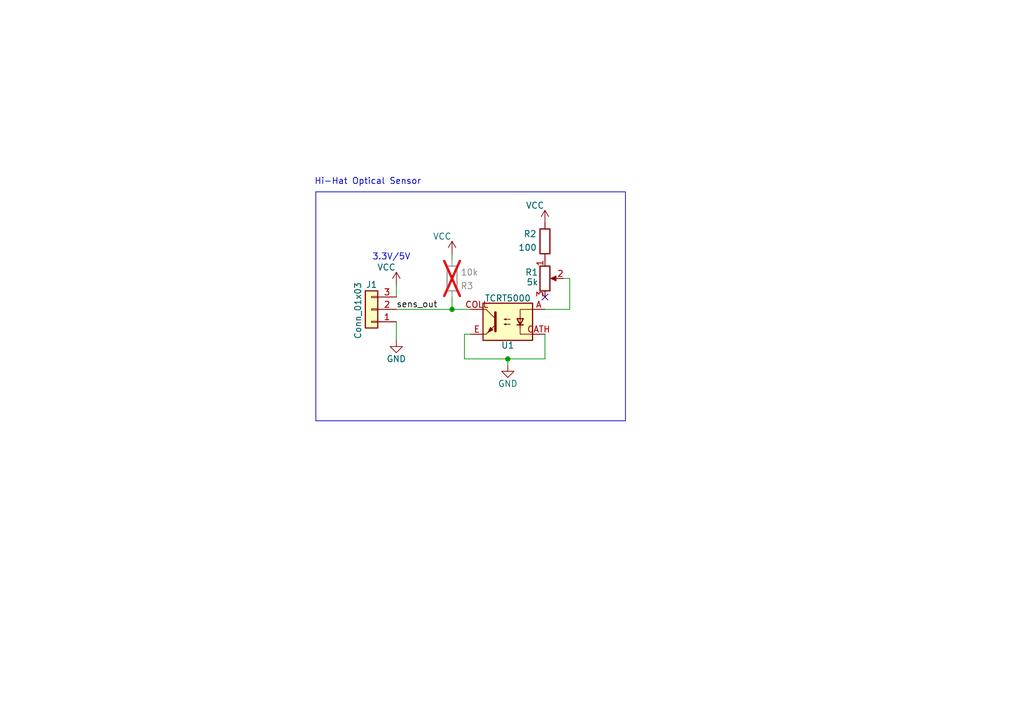
<source format=kicad_sch>
(kicad_sch (version 20250114) (generator "eeschema") (generator_version "9.0")
  (paper "A5")
  (title_block (title "${PROJECT}") (date "2025-07-07") (rev "${VERSION}") (company "${AUTHOR}"))
  (lib_symbols
    (symbol "Connector_Generic:Conn_01x03" (pin_names (offset 1.016) (hide yes))
      (property "Reference" "J" (at 0 5.08 0))
      (property "Value" "Conn_01x03" (at 0 -5.08 0))
      (symbol "Conn_01x03_1_1"
        (rectangle (start -1.27 3.81) (end 1.27 -3.81) (stroke (width 0.254)) (fill (type background)))
        (rectangle (start -1.27 2.667) (end 0 2.413) (stroke (width 0.1524)))
        (rectangle (start -1.27 0.127) (end 0 -0.127) (stroke (width 0.1524)))
        (rectangle (start -1.27 -2.413) (end 0 -2.667) (stroke (width 0.1524)))
        (pin passive line (at -5.08 2.54 0) (length 3.81) (name "Pin_1") (number "1"))
        (pin passive line (at -5.08 0 0) (length 3.81) (name "Pin_2") (number "2"))
        (pin passive line (at -5.08 -2.54 0) (length 3.81) (name "Pin_3") (number "3"))
      )
    )
    (symbol "Device:R" (pin_numbers (hide yes)) (pin_names (offset 0))
      (property "Reference" "R" (at 2.032 0 90))
      (property "Value" "R" (at 0 0 90))
      (symbol "R_0_1"
        (rectangle (start -1.016 -2.54) (end 1.016 2.54) (stroke (width 0.254)))
      )
      (symbol "R_1_1"
        (pin passive line (at 0 3.81 270) (length 1.27) (name "~") (number "1"))
        (pin passive line (at 0 -3.81 90) (length 1.27) (name "~") (number "2"))
      )
    )
    (symbol "Device:R_Potentiometer" (pin_names (offset 1.016) (hide yes))
      (property "Reference" "RV" (at -4.445 0 90))
      (property "Value" "R_Potentiometer" (at -2.54 0 90))
      (symbol "R_Potentiometer_0_1"
        (rectangle (start 1.016 2.54) (end -1.016 -2.54) (stroke (width 0.254)))
        (polyline (pts (xy 1.143 0) (xy 2.286 0.508) (xy 2.286 -0.508) (xy 1.143 0)) (fill (type outline)))
        (polyline (pts (xy 2.54 0) (xy 1.524 0)))
      )
      (symbol "R_Potentiometer_1_1"
        (pin passive line (at 0 3.81 270) (length 1.27) (name "1") (number "1"))
        (pin passive line (at 0 -3.81 90) (length 1.27) (name "3") (number "3"))
        (pin passive line (at 3.81 0 180) (length 1.27) (name "2") (number "2"))
      )
    )
    (symbol "power:GND" (power) (pin_numbers (hide yes)) (pin_names (offset 0) (hide yes))
      (property "Value" "GND" (at 0 -3.81 0))
      (symbol "GND_0_1"
        (polyline (pts (xy 0 0) (xy 0 -1.27) (xy 1.27 -1.27) (xy 0 -2.54) (xy -1.27 -1.27) (xy 0 -1.27)))
      )
      (symbol "GND_1_1"
        (pin power_in line (at 0 0 270) (length 0) (name "~") (number "1"))
      )
    )
    (symbol "power:VCC" (power) (pin_numbers (hide yes)) (pin_names (offset 0) (hide yes))
      (property "Value" "VCC" (at 0 3.556 0))
      (symbol "VCC_0_1"
        (polyline (pts (xy -0.762 1.27) (xy 0 2.54)))
        (polyline (pts (xy 0 2.54) (xy 0.762 1.27)))
        (polyline (pts (xy 0 0) (xy 0 2.54)))
      )
      (symbol "VCC_1_1"
        (pin power_in line (at 0 0 90) (length 0) (name "~") (number "1"))
      )
    )
    (symbol "tcrt5000:TCRT5000"
      (property "Reference" "U" (at 0 5.08 0))
      (property "Value" "TCRT5000" (at 0 -5.08 0))
      (symbol "TCRT5000_0_1"
        (rectangle (start -5.08 3.81) (end 5.08 -3.81) (stroke (width 0.254)) (fill (type background)))
        (polyline (pts (xy -5.08 2.54) (xy -2.54 2.54) (xy -2.54 -1.27) (xy -2.54 0.635)))
        (polyline (pts (xy -3.175 -0.635) (xy -1.905 -0.635)) (stroke (width 0.254)))
        (polyline (pts (xy -2.54 -0.635) (xy -2.54 -2.54) (xy -5.08 -2.54)))
        (polyline (pts (xy -2.54 -0.635) (xy -3.175 0.635) (xy -1.905 0.635) (xy -2.54 -0.635)) (stroke (width 0.254)))
        (polyline (pts (xy -0.508 0.508) (xy 0.762 0.508) (xy 0.381 0.381) (xy 0.381 0.635) (xy 0.762 0.508)))
        (polyline (pts (xy -0.508 -0.508) (xy 0.762 -0.508) (xy 0.381 -0.635) (xy 0.381 -0.381) (xy 0.762 -0.508)))
        (polyline (pts (xy 2.54 1.905) (xy 2.54 -1.905) (xy 2.54 -1.905)) (stroke (width 0.508)))
        (polyline (pts (xy 2.54 0.635) (xy 4.445 2.54)))
        (polyline (pts (xy 3.048 -1.651) (xy 3.556 -1.143) (xy 4.064 -2.159) (xy 3.048 -1.651) (xy 3.048 -1.651)) (fill (type outline)))
        (polyline (pts (xy 4.445 2.54) (xy 5.08 2.54)))
        (polyline (pts (xy 4.445 -2.54) (xy 2.54 -0.635)) (fill (type outline)))
        (polyline (pts (xy 4.445 -2.54) (xy 5.08 -2.54)))
      )
      (symbol "TCRT5000_1_1"
        (pin passive line (at -7.62 2.54 0) (length 2.54) (name "~") (number "A"))
        (pin passive line (at -7.62 -2.54 0) (length 2.54) (name "~") (number "CATH"))
        (pin passive line (at 7.62 2.54 180) (length 2.54) (name "~") (number "COLL"))
        (pin passive line (at 7.62 -2.54 180) (length 2.54) (name "~") (number "E"))
      )
    )
  )
  (bus_alias "multiplex1" (members "addr1_[0..3]" "nEna1"))
  (bus_alias "multiplex2" (members "addr2_[0..3]" "nEna2"))
  (rectangle (start 64.77 39.37) (end 128.27 86.36))
  (text "Hi-Hat Optical Sensor" (at 75.438 37.338 0) (effects (font (size 1.27 1.27))))
  (text "3.3V/5V" (at 80.264 52.832 0) (effects (font (size 1.27 1.27))))
  (junction (at 92.71 63.5))
  (junction (at 104.14 73.66))
  (no_connect (at 111.76 60.96))
  (wire (pts (xy 104.14 73.66) (xy 104.14 74.93)))
  (wire (pts (xy 95.25 73.66) (xy 104.14 73.66)))
  (wire (pts (xy 92.71 63.5) (xy 96.52 63.5)))
  (wire (pts (xy 104.14 73.66) (xy 111.76 73.66)))
  (wire (pts (xy 116.84 63.5) (xy 111.76 63.5)))
  (wire (pts (xy 81.28 66.04) (xy 81.28 69.85)))
  (wire (pts (xy 115.57 57.15) (xy 116.84 57.15)))
  (wire (pts (xy 81.28 63.5) (xy 92.71 63.5)))
  (wire (pts (xy 116.84 57.15) (xy 116.84 63.5)))
  (wire (pts (xy 92.71 52.07) (xy 92.71 53.34)))
  (wire (pts (xy 81.28 58.42) (xy 81.28 60.96)))
  (wire (pts (xy 95.25 68.58) (xy 95.25 73.66)))
  (wire (pts (xy 92.71 60.96) (xy 92.71 63.5)))
  (wire (pts (xy 111.76 73.66) (xy 111.76 68.58)))
  (wire (pts (xy 95.25 68.58) (xy 96.52 68.58)))
  (label "sens_out" (at 81.28 63.5 0))
  (symbol (lib_id "Connector_Generic:Conn_01x03") (at 76.2 63.5 180) (unit 1)
    (property "Reference" "J1" (at 76.2 58.42 0))
    (property "Value" "Conn_01x03" (at 73.406 63.754 90))
    (property "Footprint" "Connector_PinHeader_2.54mm:PinHeader_1x03_P2.54mm_Vertical" (effects (hide yes)))
    (property "Description" "Generic connector, single row, 01x03, script generated (kicad-library-utils/schlib/autogen/connector/)" (effects (hide yes)))
  )
  (symbol (lib_id "power:GND") (at 104.14 74.93 0) (unit 1)
    (property "Reference" "#PWR02" (effects (hide yes)))
    (property "Value" "GND" (at 104.14 78.74 0))
    (property "Description" "Power symbol creates a global label with name \"GND\" , ground" (effects (hide yes)))
  )
  (symbol (lib_id "Device:R") (at 111.76 49.53 180) (unit 1)
    (property "Reference" "R2" (at 108.712 48.006 0))
    (property "Value" "100" (at 108.204 50.8 0))
    (property "Footprint" "Resistor_THT:R_Axial_DIN0207_L6.3mm_D2.5mm_P7.62mm_Horizontal" (effects (hide yes)))
    (property "Description" "Resistor" (effects (hide yes)))
  )
  (symbol (lib_id "power:VCC") (at 92.71 52.07 0) (unit 1)
    (property "Reference" "#PWR03" (effects (hide yes)))
    (property "Value" "VCC" (at 90.678 48.514 0))
    (property "Description" "Power symbol creates a global label with name \"VCC\"" (effects (hide yes)))
  )
  (symbol (lib_id "Device:R") (at 92.71 57.15 0) (unit 1) (dnp yes)
    (property "Reference" "R3" (at 95.758 58.674 0))
    (property "Value" "10k" (at 96.266 55.88 0))
    (property "Footprint" "Resistor_THT:R_Axial_DIN0207_L6.3mm_D2.5mm_P7.62mm_Horizontal" (effects (hide yes)))
    (property "Description" "Resistor" (effects (hide yes)))
  )
  (symbol (lib_id "power:VCC") (at 81.28 58.42 0) (unit 1)
    (property "Reference" "#PWR05" (effects (hide yes)))
    (property "Value" "VCC" (at 79.248 54.864 0))
    (property "Description" "Power symbol creates a global label with name \"VCC\"" (effects (hide yes)))
  )
  (symbol (lib_id "Device:R_Potentiometer") (at 111.76 57.15 0) (unit 1)
    (property "Reference" "R1" (at 107.696 55.88 0) (effects (justify left)))
    (property "Value" "5k" (at 107.95 57.912 0) (effects (justify left)))
    (property "Footprint" "Potentiometer_THT:Potentiometer_Piher_PT-10-V10_Vertical" (effects (hide yes)))
    (property "Description" "Potentiometer" (effects (hide yes)))
  )
  (symbol (lib_id "tcrt5000:TCRT5000") (at 104.14 66.04 0) (mirror y) (unit 1)
    (property "Reference" "U1" (at 104.14 70.866 0))
    (property "Value" "TCRT5000" (at 104.14 61.214 0))
    (property "Footprint" "tcrt5000:tcrt5000" (effects (hide yes)))
    (property "Datasheet" "https://www.vishay.com/docs/83760/tcrt5000.pdf" (effects (hide yes)))
  )
  (symbol (lib_id "power:GND") (at 81.28 69.85 0) (unit 1)
    (property "Reference" "#PWR01" (effects (hide yes)))
    (property "Value" "GND" (at 81.28 73.66 0))
    (property "Description" "Power symbol creates a global label with name \"GND\" , ground" (effects (hide yes)))
  )
  (symbol (lib_id "power:VCC") (at 111.76 45.72 0) (unit 1)
    (property "Reference" "#PWR04" (effects (hide yes)))
    (property "Value" "VCC" (at 109.728 42.164 0))
    (property "Description" "Power symbol creates a global label with name \"VCC\"" (effects (hide yes)))
  )
)
</source>
